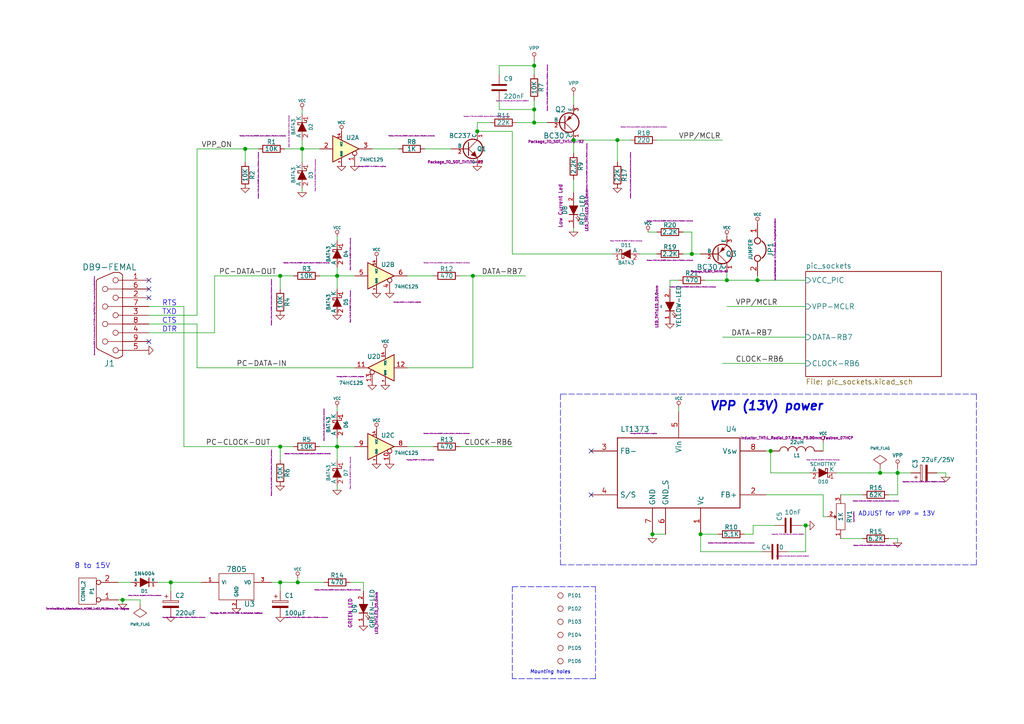
<source format=kicad_sch>
(kicad_sch (version 20210621) (generator eeschema)
  (paper "A4")
  (title_block (title "JDM - COM84 PIC Programmer with 13V DC/DC converter") (date "05 jan 2014") (rev "2") (company "KiCad"))
  (lib_symbols
    (symbol "pic_programmer_schlib:74LS125" (pin_names (offset 0.254))
      (property "Reference" "U" (at 5.08 3.81 0))
      (property "Value" "74LS125" (at 7.62 -2.54 0))
      (symbol "74LS125_0_0"
        (pin power_in line (at -1.27 5.08 270) (length 2.54) (name "VCC") (number "14"))
        (pin power_in line (at -1.27 -5.08 90) (length 2.54) (name "GND") (number "7"))
      )
      (symbol "74LS125_1_0"
        (polyline (pts (xy -3.81 3.81) (xy -3.81 -3.81) (xy 3.81 0) (xy -3.81 3.81)) (stroke (width 0.254)) (fill (type background)))
        (pin input inverted (at 2.54 -5.08 90) (length 4.445) (name "~") (number "1"))
        (pin input line (at -7.62 0 0) (length 3.81) (name "~") (number "2"))
        (pin tri_state line (at 7.62 0 180) (length 3.81) (name "~") (number "3"))
      )
      (symbol "74LS125_2_0"
        (polyline (pts (xy -3.81 3.81) (xy -3.81 -3.81) (xy 3.81 0) (xy -3.81 3.81)) (stroke (width 0.254)) (fill (type background)))
        (pin input inverted (at 2.54 -5.08 90) (length 4.445) (name "~") (number "4"))
        (pin input line (at -7.62 0 0) (length 3.81) (name "~") (number "5"))
        (pin tri_state line (at 7.62 0 180) (length 3.81) (name "~") (number "6"))
      )
      (symbol "74LS125_3_0"
        (polyline (pts (xy -3.81 3.81) (xy -3.81 -3.81) (xy 3.81 0) (xy -3.81 3.81)) (stroke (width 0.254)) (fill (type background)))
        (pin input inverted (at 2.54 -5.08 90) (length 4.445) (name "~") (number "10"))
        (pin tri_state line (at 7.62 0 180) (length 3.81) (name "~") (number "8"))
        (pin input line (at -7.62 0 0) (length 3.81) (name "~") (number "9"))
      )
      (symbol "74LS125_4_0"
        (polyline (pts (xy -3.81 3.81) (xy -3.81 -3.81) (xy 3.81 0) (xy -3.81 3.81)) (stroke (width 0.254)) (fill (type background)))
        (pin tri_state line (at 7.62 0 180) (length 3.81) (name "~") (number "11"))
        (pin input line (at -7.62 0 0) (length 3.81) (name "~") (number "12"))
        (pin input inverted (at 2.54 -5.08 90) (length 4.445) (name "~") (number "13"))
      )
    )
    (symbol "pic_programmer_schlib:7805" (pin_names (offset 0.762))
      (property "Reference" "U" (at 3.81 -4.9784 0))
      (property "Value" "7805" (at 0 5.08 0))
      (symbol "7805_0_1"
        (rectangle (start -5.08 -3.81) (end 5.08 3.81))
      )
      (symbol "7805_1_1"
        (pin input line (at -10.16 1.27 0) (length 5.08) (name "VI") (number "1"))
        (pin input line (at 0 -6.35 90) (length 2.54) (name "GND") (number "2"))
        (pin power_out line (at 10.16 1.27 180) (length 5.08) (name "VO") (number "3"))
      )
    )
    (symbol "pic_programmer_schlib:BC237" (pin_names (offset 0))
      (property "Reference" "Q" (at 0 -3.81 0))
      (property "Value" "BC237" (at 0 3.81 0))
      (property "Footprint" "Package_TO_SOT_THT:TO-92" (at -2.54 -5.08 0))
      (symbol "BC237_0_1"
        (circle (center 1.27 0) (radius 2.8194) (stroke (width 0.3048)))
        (polyline (pts (xy 0 0) (xy 2.54 2.54)) (stroke (width 0.1524)))
        (polyline (pts (xy 0 1.905) (xy 0 -1.905) (xy 0 -1.905)) (stroke (width 0.254)))
        (polyline (pts (xy 1.27 -1.27) (xy 0 0) (xy 0 0)) (stroke (width 0.1524)))
        (polyline (pts (xy 2.286 -2.286) (xy 2.54 -2.54) (xy 2.54 -2.54)))
        (polyline (pts (xy 2.286 -2.286) (xy 1.778 -0.762) (xy 0.762 -1.778) (xy 2.286 -2.286) (xy 2.286 -2.286)) (fill (type outline)))
      )
      (symbol "BC237_1_1"
        (pin passive line (at 2.54 5.08 270) (length 2.54) (name "C") (number "1"))
        (pin input line (at -5.08 0 0) (length 5.08) (name "B") (number "2"))
        (pin passive line (at 2.54 -5.08 90) (length 2.54) (name "E") (number "3"))
      )
    )
    (symbol "pic_programmer_schlib:BC307" (pin_names (offset 0))
      (property "Reference" "Q" (at -1.27 -3.81 0))
      (property "Value" "BC307" (at 0 3.81 0))
      (property "Footprint" "Package_TO_SOT_THT:TO-92" (at -2.54 -5.08 0))
      (symbol "BC307_0_1"
        (circle (center 1.27 0) (radius 2.8194) (stroke (width 0.3048)))
        (polyline (pts (xy 0 0) (xy 2.54 2.54)))
        (polyline (pts (xy 0.635 -0.635) (xy 0 0) (xy 0 0)))
        (polyline (pts (xy 2.54 -2.54) (xy 1.651 -1.651) (xy 1.651 -1.651)))
        (polyline (pts (xy 0 1.905) (xy 0 -1.905) (xy 0 -1.905)) (stroke (width 0.254)) (fill (type outline)))
        (polyline (pts (xy 0.635 -0.635) (xy 1.27 -1.905) (xy 1.905 -1.27) (xy 0.635 -0.635) (xy 0.635 -0.635)) (fill (type outline)))
      )
      (symbol "BC307_1_1"
        (pin passive line (at 2.54 5.08 270) (length 2.54) (name "C") (number "1"))
        (pin input line (at -5.08 0 0) (length 5.08) (name "B") (number "2"))
        (pin passive line (at 2.54 -5.08 90) (length 2.54) (name "E") (number "3"))
      )
    )
    (symbol "pic_programmer_schlib:C" (pin_numbers hide) (pin_names (offset 0.254))
      (property "Reference" "C" (at 0.635 2.54 0))
      (property "Value" "C" (at 0.635 -2.54 0))
      (symbol "C_0_1"
        (polyline (pts (xy -2.032 -0.762) (xy 2.032 -0.762)) (stroke (width 0.508)))
        (polyline (pts (xy -2.032 0.762) (xy 2.032 0.762)) (stroke (width 0.508)))
      )
      (symbol "C_1_1"
        (pin passive line (at 0 3.81 270) (length 2.794) (name "~") (number "1"))
        (pin passive line (at 0 -3.81 90) (length 2.794) (name "~") (number "2"))
      )
    )
    (symbol "pic_programmer_schlib:CONN_2" (pin_names (offset 1.016) hide)
      (property "Reference" "P" (at -1.27 0 90))
      (property "Value" "CONN_2" (at 1.27 0 90))
      (symbol "CONN_2_0_1"
        (rectangle (start -2.54 3.81) (end 2.54 -3.81))
      )
      (symbol "CONN_2_1_1"
        (pin passive inverted (at -8.89 2.54 0) (length 6.35) (name "P1") (number "1"))
        (pin passive inverted (at -8.89 -2.54 0) (length 6.35) (name "PM") (number "2"))
      )
    )
    (symbol "pic_programmer_schlib:CP" (pin_numbers hide) (pin_names (offset 0.254))
      (property "Reference" "C" (at 0.635 2.54 0))
      (property "Value" "CP" (at 0.635 -2.54 0))
      (symbol "CP_0_1"
        (rectangle (start -2.286 1.016) (end 2.286 0.508) (stroke (width 0.1524)))
        (rectangle (start -1.778 2.286) (end -0.762 2.286))
        (rectangle (start -1.27 1.778) (end -1.27 2.794))
        (rectangle (start 2.286 -0.508) (end -2.286 -1.016) (fill (type outline)))
      )
      (symbol "CP_1_1"
        (pin passive line (at 0 3.81 270) (length 2.794) (name "~") (number "1"))
        (pin passive line (at 0 -3.81 90) (length 2.794) (name "~") (number "2"))
      )
    )
    (symbol "pic_programmer_schlib:D" (pin_names (offset 0))
      (property "Reference" "D" (at 0 2.54 0))
      (property "Value" "D" (at 0 -2.54 0))
      (symbol "D_0_1"
        (polyline (pts (xy -1.27 1.27) (xy -1.27 -1.27)) (stroke (width 0.254)))
        (polyline (pts (xy -1.27 0) (xy 1.27 1.27) (xy 1.27 -1.27) (xy -1.27 0)) (stroke (width 0.1524)) (fill (type outline)))
      )
      (symbol "D_1_1"
        (pin passive line (at -3.81 0 0) (length 2.54) (name "K") (number "1"))
        (pin passive line (at 3.81 0 180) (length 2.54) (name "A") (number "2"))
      )
    )
    (symbol "pic_programmer_schlib:DB9" (pin_names (offset 1.016) hide)
      (property "Reference" "J" (at 0 13.97 0))
      (property "Value" "DB9" (at 0 -13.97 0))
      (symbol "DB9_0_1"
        (circle (center -1.778 -10.16) (radius 0.762))
        (circle (center -1.778 -5.08) (radius 0.762))
        (circle (center -1.778 0) (radius 0.762))
        (circle (center -1.778 5.08) (radius 0.762))
        (circle (center -1.778 10.16) (radius 0.762))
        (circle (center 1.27 -7.62) (radius 0.762))
        (circle (center 1.27 -2.54) (radius 0.762))
        (circle (center 1.27 2.54) (radius 0.762))
        (circle (center 1.27 7.62) (radius 0.762))
        (polyline (pts (xy -3.81 -11.684) (xy -3.81 11.684)) (stroke (width 0.2032)))
        (polyline (pts (xy -3.81 -11.6586) (xy -3.556 -11.938)) (stroke (width 0.2032)))
        (polyline (pts (xy -3.81 -10.16) (xy -2.54 -10.16)))
        (polyline (pts (xy -3.81 -7.62) (xy 0.508 -7.62)))
        (polyline (pts (xy -3.81 -5.08) (xy -2.54 -5.08)))
        (polyline (pts (xy -3.81 -2.54) (xy 0.508 -2.54)))
        (polyline (pts (xy -3.81 0) (xy -2.54 0)))
        (polyline (pts (xy -3.81 2.54) (xy 0.508 2.54)))
        (polyline (pts (xy -3.81 5.08) (xy -2.54 5.08)))
        (polyline (pts (xy -3.81 7.62) (xy 0.508 7.62)))
        (polyline (pts (xy -3.81 10.16) (xy -2.54 10.16)))
        (polyline (pts (xy -3.556 -11.938) (xy -2.794 -12.446)) (stroke (width 0.2032)))
        (polyline (pts (xy -3.556 11.938) (xy -3.81 11.684)) (stroke (width 0.2032)))
        (polyline (pts (xy -3.556 11.938) (xy -2.54 12.446)) (stroke (width 0.2032)))
        (polyline (pts (xy -2.794 -12.446) (xy -1.27 -12.446)) (stroke (width 0.2032)))
        (polyline (pts (xy -2.54 12.446) (xy -1.778 12.446)) (stroke (width 0.2032)))
        (polyline (pts (xy 3.2766 9.906) (xy -1.778 12.446)) (stroke (width 0.2032)))
        (polyline (pts (xy 3.2766 9.906) (xy 3.81 9.398)) (stroke (width 0.2032)))
        (polyline (pts (xy 3.556 -10.3886) (xy -1.27 -12.446)) (stroke (width 0.2032)))
        (polyline (pts (xy 3.81 -9.906) (xy 3.556 -10.3886)) (stroke (width 0.2032)))
        (polyline (pts (xy 3.81 9.398) (xy 3.81 -9.906)) (stroke (width 0.2032)))
      )
      (symbol "DB9_1_1"
        (pin passive line (at -11.43 -10.16 0) (length 7.62) (name "1") (number "1"))
        (pin passive line (at -11.43 -5.08 0) (length 7.62) (name "2") (number "2"))
        (pin passive line (at -11.43 0 0) (length 7.62) (name "3") (number "3"))
        (pin passive line (at -11.43 5.08 0) (length 7.62) (name "4") (number "4"))
        (pin passive line (at -11.43 10.16 0) (length 7.62) (name "5") (number "5"))
        (pin passive line (at -11.43 -7.62 0) (length 7.62) (name "P6") (number "6"))
        (pin passive line (at -11.43 -2.54 0) (length 7.62) (name "P7") (number "7"))
        (pin passive line (at -11.43 2.54 0) (length 7.62) (name "P8") (number "8"))
        (pin passive line (at -11.43 7.62 0) (length 7.62) (name "P9") (number "9"))
      )
    )
    (symbol "pic_programmer_schlib:D_Schottky" (pin_names (offset 0))
      (property "Reference" "D" (at 0 2.54 0))
      (property "Value" "D_Schottky" (at 0 -2.54 0))
      (symbol "D_Schottky_0_1"
        (polyline (pts (xy -1.905 0.635) (xy -1.905 1.27) (xy -1.27 1.27) (xy -1.27 -1.27) (xy -0.635 -1.27) (xy -0.635 -0.635)) (stroke (width 0.2032)))
        (polyline (pts (xy -1.27 0) (xy 1.27 1.27) (xy 1.27 -1.27) (xy -1.27 0)) (stroke (width 0.1524)) (fill (type outline)))
      )
      (symbol "D_Schottky_1_1"
        (pin passive line (at -3.81 0 0) (length 2.54) (name "K") (number "1"))
        (pin passive line (at 3.81 0 180) (length 2.54) (name "A") (number "2"))
      )
    )
    (symbol "pic_programmer_schlib:GND" (power) (pin_names (offset 0))
      (symbol "GND_0_1"
        (polyline (pts (xy -1.27 0) (xy 0 -1.27) (xy 1.27 0) (xy -1.27 0)))
      )
      (symbol "GND_1_1"
        (pin power_in line (at 0 0 90) (length 0) hide (name "GND") (number "1"))
      )
    )
    (symbol "pic_programmer_schlib:INDUCTOR" (pin_numbers hide) (pin_names (offset 1.016) hide)
      (property "Reference" "L" (at -1.27 0 90))
      (property "Value" "INDUCTOR" (at 2.54 0 90))
      (symbol "INDUCTOR_0_1"
        (arc (start 0.0254 -5.0546) (end 0.0254 -2.54) (radius (at 0 -3.81) (length 1.27) (angles -88.9 88.9)) (stroke (width 0.2032)))
        (arc (start 0.0254 -2.5146) (end 0.0254 0.0508) (radius (at 0 -1.2446) (length 1.2954) (angles -88.9 88.9)) (stroke (width 0.2032)))
        (arc (start 0.0254 0.0254) (end 0.0254 2.5908) (radius (at 0 1.2954) (length 1.2954) (angles -88.9 88.9)) (stroke (width 0.2032)))
        (arc (start 0.0254 2.5654) (end 0.0254 4.9784) (radius (at 0 3.7592) (length 1.2192) (angles -88.9 88.9)) (stroke (width 0.2032)))
      )
      (symbol "INDUCTOR_1_1"
        (pin passive line (at 0 7.62 270) (length 2.54) (name "1") (number "1"))
        (pin passive line (at 0 -7.62 90) (length 2.54) (name "2") (number "2"))
      )
    )
    (symbol "pic_programmer_schlib:JUMPER" (pin_names (offset 0.762) hide)
      (property "Reference" "JP" (at 0 3.81 0))
      (property "Value" "JUMPER" (at 0 -2.032 0))
      (symbol "JUMPER_0_1"
        (arc (start -2.4892 1.27) (end 2.5146 1.27) (radius (at 0 -0.6604) (length 3.175) (angles 142.6 37.3)) (stroke (width 0.3048)))
        (circle (center -2.54 0) (radius 0.889) (stroke (width 0.254)))
        (circle (center 2.54 0) (radius 0.889) (stroke (width 0.254)))
        (pin passive line (at -7.62 0 0) (length 4.191) (name "1") (number "1"))
        (pin passive line (at 7.62 0 180) (length 4.191) (name "2") (number "2"))
      )
    )
    (symbol "pic_programmer_schlib:LED" (pin_names (offset 1.016) hide)
      (property "Reference" "D" (at 0 2.54 0))
      (property "Value" "LED" (at 0 -2.54 0))
      (symbol "LED_0_1"
        (polyline (pts (xy -1.27 1.27) (xy -1.27 -1.27)) (stroke (width 0.254)))
        (polyline (pts (xy -2.032 -0.635) (xy -3.175 -1.651) (xy -3.048 -1.016)))
        (polyline (pts (xy -1.651 -1.016) (xy -2.794 -2.032) (xy -2.667 -1.397)))
        (polyline (pts (xy -1.27 0) (xy 1.27 1.27) (xy 1.27 -1.27) (xy -1.27 0)) (stroke (width 0.1524)) (fill (type outline)))
      )
      (symbol "LED_1_1"
        (pin passive line (at -5.08 0 0) (length 3.81) (name "K") (number "1"))
        (pin passive line (at 5.08 0 180) (length 3.81) (name "A") (number "2"))
      )
    )
    (symbol "pic_programmer_schlib:LT1373" (pin_names (offset 0.762))
      (property "Reference" "U" (at 15.24 12.7 0))
      (property "Value" "LT1373" (at -12.7 12.7 0))
      (symbol "LT1373_0_1"
        (rectangle (start -17.78 -10.16) (end 17.78 10.16) (stroke (width 0.254)))
      )
      (symbol "LT1373_1_1"
        (pin input line (at 6.35 -17.78 90) (length 7.62) (name "Vc") (number "1"))
        (pin input line (at 25.4 -6.35 180) (length 7.62) (name "FB+") (number "2"))
        (pin passive line (at -25.4 6.35 0) (length 7.62) (name "FB-") (number "3"))
        (pin passive line (at -25.4 -6.35 0) (length 7.62) (name "S/S") (number "4"))
        (pin power_in line (at 0 17.78 270) (length 7.62) (name "Vin") (number "5"))
        (pin input line (at -3.81 -17.78 90) (length 7.62) (name "GND_S") (number "6"))
        (pin input line (at -7.62 -17.78 90) (length 7.62) (name "GND") (number "7"))
        (pin input line (at 25.4 6.35 180) (length 7.62) (name "Vsw") (number "8"))
      )
    )
    (symbol "pic_programmer_schlib:MOUNTING_HOLE" (pin_numbers hide) (pin_names (offset 0.762) hide)
      (property "Reference" "P" (at 2.032 0 0))
      (symbol "MOUNTING_HOLE_0_1"
        (circle (center 0 0) (radius 0.7874))
      )
    )
    (symbol "pic_programmer_schlib:POT" (pin_names (offset 1.016) hide)
      (property "Reference" "RV" (at 0 -2.54 0))
      (property "Value" "POT" (at 0 0 0))
      (symbol "POT_0_1"
        (rectangle (start -3.81 1.27) (end 3.81 -1.27))
        (polyline (pts (xy 0 1.27) (xy -0.508 1.778) (xy 0.508 1.778)) (fill (type outline)))
      )
      (symbol "POT_1_1"
        (pin passive line (at -6.35 0 0) (length 2.54) (name "1") (number "1"))
        (pin passive line (at 0 3.81 270) (length 2.032) (name "2") (number "2"))
        (pin passive line (at 6.35 0 180) (length 2.54) (name "3") (number "3"))
      )
    )
    (symbol "pic_programmer_schlib:PWR_FLAG" (power) (pin_numbers hide) (pin_names (offset 0) hide)
      (property "Value" "PWR_FLAG" (at 0 4.572 0))
      (symbol "PWR_FLAG_0_0"
        (pin power_out line (at 0 0 90) (length 0) (name "pwr") (number "1"))
      )
      (symbol "PWR_FLAG_0_1"
        (polyline (pts (xy 0 0) (xy 0 1.27) (xy -1.905 2.54) (xy 0 3.81) (xy 1.905 2.54) (xy 0 1.27)))
      )
    )
    (symbol "pic_programmer_schlib:R" (pin_numbers hide) (pin_names (offset 0))
      (property "Reference" "R" (at 2.032 0 90))
      (property "Value" "R" (at 0 0 90))
      (symbol "R_0_1"
        (rectangle (start -1.016 -2.54) (end 1.016 2.54) (stroke (width 0.254)))
      )
      (symbol "R_1_1"
        (pin passive line (at 0 3.81 270) (length 1.27) (name "~") (number "1"))
        (pin passive line (at 0 -3.81 90) (length 1.27) (name "~") (number "2"))
      )
    )
    (symbol "pic_programmer_schlib:VCC" (power) (pin_names (offset 0))
      (property "Value" "VCC" (at 0 2.54 0))
      (symbol "VCC_0_0"
        (pin power_in line (at 0 0 90) (length 0) hide (name "VCC") (number "1"))
      )
      (symbol "VCC_0_1"
        (circle (center 0 1.27) (radius 0.508))
        (polyline (pts (xy 0 0) (xy 0 0.762) (xy 0 0.762)))
      )
    )
    (symbol "pic_programmer_schlib:VPP" (pin_names (offset 0))
      (property "Value" "VPP" (at 0 3.81 0))
      (symbol "VPP_0_0"
        (pin power_in line (at 0 0 90) (length 0) hide (name "VPP") (number "1"))
      )
      (symbol "VPP_0_1"
        (circle (center 0 2.032) (radius 0.508))
        (polyline (pts (xy 0 1.524) (xy 0 0)))
      )
    )
  )
  (junction (at 35.56 173.99) (diameter 1.016))
  (junction (at 49.53 168.91) (diameter 1.016))
  (junction (at 71.12 43.18) (diameter 1.016))
  (junction (at 81.28 80.01) (diameter 1.016))
  (junction (at 81.28 129.54) (diameter 1.016))
  (junction (at 81.28 168.91) (diameter 1.016))
  (junction (at 86.36 168.91) (diameter 1.016))
  (junction (at 87.63 43.18) (diameter 1.016))
  (junction (at 97.79 80.01) (diameter 1.016))
  (junction (at 97.79 129.54) (diameter 1.016))
  (junction (at 137.16 80.01) (diameter 1.016))
  (junction (at 138.43 38.1) (diameter 1.016))
  (junction (at 154.94 19.05) (diameter 1.016))
  (junction (at 154.94 31.75) (diameter 1.016))
  (junction (at 154.94 35.56) (diameter 1.016))
  (junction (at 166.37 40.64) (diameter 1.016))
  (junction (at 179.07 40.64) (diameter 1.016))
  (junction (at 189.23 154.94) (diameter 1.016))
  (junction (at 200.66 73.66) (diameter 1.016))
  (junction (at 203.2 154.94) (diameter 1.016))
  (junction (at 210.82 81.28) (diameter 1.016))
  (junction (at 219.71 81.28) (diameter 1.016))
  (junction (at 223.52 130.81) (diameter 1.016))
  (junction (at 233.68 152.4) (diameter 1.016))
  (junction (at 255.27 137.16) (diameter 1.016))
  (junction (at 260.35 137.16) (diameter 1.016))
  (no_connect (at 43.18 81.28))
  (no_connect (at 43.18 83.82))
  (no_connect (at 43.18 86.36))
  (no_connect (at 43.18 99.06))
  (no_connect (at 171.45 130.81))
  (no_connect (at 171.45 143.51))
  (wire (pts (xy 34.29 173.99) (xy 35.56 173.99)))
  (wire (pts (xy 35.56 173.99) (xy 40.64 173.99)))
  (wire (pts (xy 35.56 175.26) (xy 35.56 173.99)))
  (wire (pts (xy 38.1 168.91) (xy 34.29 168.91)))
  (wire (pts (xy 40.64 173.99) (xy 40.64 175.26)))
  (wire (pts (xy 43.18 93.98) (xy 57.15 93.98)))
  (wire (pts (xy 45.72 168.91) (xy 49.53 168.91)))
  (wire (pts (xy 49.53 168.91) (xy 58.42 168.91)))
  (wire (pts (xy 49.53 171.45) (xy 49.53 168.91)))
  (wire (pts (xy 53.34 88.9) (xy 43.18 88.9)))
  (wire (pts (xy 53.34 129.54) (xy 53.34 88.9)))
  (wire (pts (xy 53.34 129.54) (xy 81.28 129.54)))
  (wire (pts (xy 57.15 43.18) (xy 57.15 91.44)))
  (wire (pts (xy 57.15 43.18) (xy 71.12 43.18)))
  (wire (pts (xy 57.15 91.44) (xy 43.18 91.44)))
  (wire (pts (xy 57.15 106.68) (xy 57.15 93.98)))
  (wire (pts (xy 62.23 80.01) (xy 81.28 80.01)))
  (wire (pts (xy 62.23 96.52) (xy 43.18 96.52)))
  (wire (pts (xy 62.23 96.52) (xy 62.23 80.01)))
  (wire (pts (xy 71.12 43.18) (xy 74.93 43.18)))
  (wire (pts (xy 71.12 46.99) (xy 71.12 43.18)))
  (wire (pts (xy 78.74 168.91) (xy 81.28 168.91)))
  (wire (pts (xy 81.28 80.01) (xy 85.09 80.01)))
  (wire (pts (xy 81.28 83.82) (xy 81.28 80.01)))
  (wire (pts (xy 81.28 129.54) (xy 85.09 129.54)))
  (wire (pts (xy 81.28 133.35) (xy 81.28 129.54)))
  (wire (pts (xy 81.28 168.91) (xy 81.28 171.45)))
  (wire (pts (xy 81.28 168.91) (xy 86.36 168.91)))
  (wire (pts (xy 82.55 43.18) (xy 87.63 43.18)))
  (wire (pts (xy 86.36 168.91) (xy 86.36 167.64)))
  (wire (pts (xy 86.36 168.91) (xy 93.98 168.91)))
  (wire (pts (xy 87.63 33.02) (xy 87.63 31.75)))
  (wire (pts (xy 87.63 40.64) (xy 87.63 43.18)))
  (wire (pts (xy 87.63 43.18) (xy 87.63 46.99)))
  (wire (pts (xy 87.63 43.18) (xy 92.71 43.18)))
  (wire (pts (xy 87.63 54.61) (xy 87.63 55.88)))
  (wire (pts (xy 92.71 80.01) (xy 97.79 80.01)))
  (wire (pts (xy 92.71 129.54) (xy 97.79 129.54)))
  (wire (pts (xy 97.79 68.58) (xy 97.79 69.85)))
  (wire (pts (xy 97.79 77.47) (xy 97.79 80.01)))
  (wire (pts (xy 97.79 80.01) (xy 97.79 83.82)))
  (wire (pts (xy 97.79 80.01) (xy 102.87 80.01)))
  (wire (pts (xy 97.79 119.38) (xy 97.79 118.11)))
  (wire (pts (xy 97.79 127) (xy 97.79 129.54)))
  (wire (pts (xy 97.79 129.54) (xy 97.79 133.35)))
  (wire (pts (xy 97.79 129.54) (xy 102.87 129.54)))
  (wire (pts (xy 97.79 142.24) (xy 97.79 140.97)))
  (wire (pts (xy 102.87 106.68) (xy 57.15 106.68)))
  (wire (pts (xy 105.41 168.91) (xy 101.6 168.91)))
  (wire (pts (xy 105.41 171.45) (xy 105.41 168.91)))
  (wire (pts (xy 115.57 43.18) (xy 107.95 43.18)))
  (wire (pts (xy 118.11 80.01) (xy 125.73 80.01)))
  (wire (pts (xy 118.11 106.68) (xy 137.16 106.68)))
  (wire (pts (xy 125.73 129.54) (xy 118.11 129.54)))
  (wire (pts (xy 130.81 43.18) (xy 123.19 43.18)))
  (wire (pts (xy 133.35 80.01) (xy 137.16 80.01)))
  (wire (pts (xy 137.16 80.01) (xy 152.4 80.01)))
  (wire (pts (xy 137.16 106.68) (xy 137.16 80.01)))
  (wire (pts (xy 138.43 35.56) (xy 138.43 38.1)))
  (wire (pts (xy 138.43 35.56) (xy 142.24 35.56)))
  (wire (pts (xy 138.43 38.1) (xy 148.59 38.1)))
  (wire (pts (xy 144.78 19.05) (xy 144.78 21.59)))
  (wire (pts (xy 144.78 19.05) (xy 154.94 19.05)))
  (wire (pts (xy 144.78 29.21) (xy 144.78 31.75)))
  (wire (pts (xy 144.78 31.75) (xy 154.94 31.75)))
  (wire (pts (xy 148.59 38.1) (xy 148.59 73.66)))
  (wire (pts (xy 148.59 73.66) (xy 177.8 73.66)))
  (wire (pts (xy 148.59 129.54) (xy 133.35 129.54)))
  (wire (pts (xy 149.86 35.56) (xy 154.94 35.56)))
  (wire (pts (xy 154.94 17.78) (xy 154.94 19.05)))
  (wire (pts (xy 154.94 19.05) (xy 154.94 21.59)))
  (wire (pts (xy 154.94 29.21) (xy 154.94 31.75)))
  (wire (pts (xy 154.94 31.75) (xy 154.94 35.56)))
  (wire (pts (xy 154.94 35.56) (xy 158.75 35.56)))
  (wire (pts (xy 166.37 30.48) (xy 166.37 27.94)))
  (wire (pts (xy 166.37 40.64) (xy 166.37 44.45)))
  (wire (pts (xy 166.37 40.64) (xy 179.07 40.64)))
  (wire (pts (xy 166.37 52.07) (xy 166.37 55.88)))
  (wire (pts (xy 166.37 66.04) (xy 166.37 67.31)))
  (wire (pts (xy 179.07 40.64) (xy 182.88 40.64)))
  (wire (pts (xy 179.07 46.99) (xy 179.07 40.64)))
  (wire (pts (xy 187.96 67.31) (xy 190.5 67.31)))
  (wire (pts (xy 189.23 154.94) (xy 193.04 154.94)))
  (wire (pts (xy 189.23 156.21) (xy 189.23 154.94)))
  (wire (pts (xy 190.5 40.64) (xy 209.55 40.64)))
  (wire (pts (xy 190.5 73.66) (xy 185.42 73.66)))
  (wire (pts (xy 194.31 81.28) (xy 196.85 81.28)))
  (wire (pts (xy 194.31 83.82) (xy 194.31 81.28)))
  (wire (pts (xy 196.85 119.38) (xy 196.85 118.11)))
  (wire (pts (xy 198.12 73.66) (xy 200.66 73.66)))
  (wire (pts (xy 200.66 67.31) (xy 198.12 67.31)))
  (wire (pts (xy 200.66 73.66) (xy 200.66 67.31)))
  (wire (pts (xy 200.66 73.66) (xy 203.2 73.66)))
  (wire (pts (xy 203.2 154.94) (xy 203.2 160.02)))
  (wire (pts (xy 203.2 160.02) (xy 220.98 160.02)))
  (wire (pts (xy 204.47 81.28) (xy 210.82 81.28)))
  (wire (pts (xy 208.28 154.94) (xy 203.2 154.94)))
  (wire (pts (xy 210.82 81.28) (xy 210.82 78.74)))
  (wire (pts (xy 210.82 81.28) (xy 219.71 81.28)))
  (wire (pts (xy 210.82 88.9) (xy 233.68 88.9)))
  (wire (pts (xy 218.44 152.4) (xy 218.44 154.94)))
  (wire (pts (xy 218.44 154.94) (xy 215.9 154.94)))
  (wire (pts (xy 219.71 81.28) (xy 219.71 80.01)))
  (wire (pts (xy 219.71 81.28) (xy 233.68 81.28)))
  (wire (pts (xy 223.52 130.81) (xy 222.25 130.81)))
  (wire (pts (xy 223.52 137.16) (xy 223.52 130.81)))
  (wire (pts (xy 224.79 152.4) (xy 218.44 152.4)))
  (wire (pts (xy 228.6 160.02) (xy 233.68 160.02)))
  (wire (pts (xy 232.41 152.4) (xy 233.68 152.4)))
  (wire (pts (xy 233.68 97.79) (xy 209.55 97.79)))
  (wire (pts (xy 233.68 105.41) (xy 209.55 105.41)))
  (wire (pts (xy 233.68 152.4) (xy 234.95 152.4)))
  (wire (pts (xy 233.68 160.02) (xy 233.68 152.4)))
  (wire (pts (xy 234.95 137.16) (xy 223.52 137.16)))
  (wire (pts (xy 238.76 128.27) (xy 238.76 130.81)))
  (wire (pts (xy 238.76 143.51) (xy 222.25 143.51)))
  (wire (pts (xy 238.76 149.86) (xy 238.76 143.51)))
  (wire (pts (xy 240.03 149.86) (xy 238.76 149.86)))
  (wire (pts (xy 242.57 137.16) (xy 255.27 137.16)))
  (wire (pts (xy 250.19 143.51) (xy 243.84 143.51)))
  (wire (pts (xy 250.19 156.21) (xy 243.84 156.21)))
  (wire (pts (xy 255.27 135.89) (xy 255.27 137.16)))
  (wire (pts (xy 255.27 137.16) (xy 260.35 137.16)))
  (wire (pts (xy 260.35 135.89) (xy 260.35 137.16)))
  (wire (pts (xy 260.35 137.16) (xy 260.35 143.51)))
  (wire (pts (xy 260.35 137.16) (xy 264.16 137.16)))
  (wire (pts (xy 260.35 143.51) (xy 257.81 143.51)))
  (wire (pts (xy 260.35 156.21) (xy 257.81 156.21)))
  (wire (pts (xy 260.35 156.21) (xy 260.35 157.48)))
  (wire (pts (xy 271.78 137.16) (xy 274.32 137.16)))
  (wire (pts (xy 274.32 137.16) (xy 274.32 138.43)))
  (polyline (pts (xy 148.59 170.18) (xy 172.72 170.18)) (stroke (width 0) (type dash)))
  (polyline (pts (xy 148.59 196.85) (xy 148.59 170.18)) (stroke (width 0) (type dash)))
  (polyline (pts (xy 162.56 114.3) (xy 162.56 163.83)) (stroke (width 0) (type dash)))
  (polyline (pts (xy 162.56 163.83) (xy 283.21 163.83)) (stroke (width 0) (type dash)))
  (polyline (pts (xy 172.72 170.18) (xy 172.72 196.85)) (stroke (width 0) (type dash)))
  (polyline (pts (xy 172.72 196.85) (xy 148.59 196.85)) (stroke (width 0) (type dash)))
  (polyline (pts (xy 283.21 114.3) (xy 162.56 114.3)) (stroke (width 0) (type dash)))
  (polyline (pts (xy 283.21 114.3) (xy 283.21 163.83)) (stroke (width 0) (type dash)))
  (text "8 to 15V" (at 21.59 165.1 0) (effects (font (size 1.524 1.524)) (justify left bottom)))
  (text "RTS" (at 46.99 88.9 0) (effects (font (size 1.524 1.524)) (justify left bottom)))
  (text "TXD" (at 46.99 91.44 0) (effects (font (size 1.524 1.524)) (justify left bottom)))
  (text "CTS" (at 46.99 93.98 0) (effects (font (size 1.524 1.524)) (justify left bottom)))
  (text "DTR" (at 46.99 96.52 0) (effects (font (size 1.524 1.524)) (justify left bottom)))
  (text "Mounting holes" (at 153.67 195.58 0) (effects (font (size 1.016 1.016) italic) (justify left bottom)))
  (text "VPP (13V) power" (at 205.74 119.38 0) (effects (font (size 2.54 2.54) (thickness 0.508) bold italic) (justify left bottom)))
  (text "ADJUST for VPP = 13V" (at 248.92 149.86 0) (effects (font (size 1.27 1.27)) (justify left bottom)))
  (label "VPP_ON" (at 58.42 43.18 0) (effects (font (size 1.524 1.524))))
  (label "PC-CLOCK-OUT" (at 59.69 129.54 0) (effects (font (size 1.524 1.524))))
  (label "PC-DATA-OUT" (at 63.5 80.01 0) (effects (font (size 1.524 1.524))))
  (label "PC-DATA-IN" (at 68.58 106.68 0) (effects (font (size 1.524 1.524))))
  (label "CLOCK-RB6" (at 134.62 129.54 0) (effects (font (size 1.524 1.524))))
  (label "DATA-RB7" (at 139.7 80.01 0) (effects (font (size 1.524 1.524))))
  (label "VPP/MCLR" (at 196.85 40.64 0) (effects (font (size 1.524 1.524))))
  (label "DATA-RB7" (at 212.09 97.79 0) (effects (font (size 1.524 1.524))))
  (label "VPP/MCLR" (at 213.36 88.9 0) (effects (font (size 1.524 1.524))))
  (label "CLOCK-RB6" (at 213.36 105.41 0) (effects (font (size 1.524 1.524))))
  (symbol (lib_id "pic_programmer_schlib:VCC") (at 86.36 167.64 0) (unit 1)
    (property "Reference" "#PWR015" (effects hide))
    (property "Value" "VCC" (at 86.36 165.1 0) (effects (font (size 0.762 0.762))))
  )
  (symbol (lib_id "pic_programmer_schlib:VCC") (at 87.63 31.75 0) (unit 1)
    (property "Reference" "#PWR033" (effects hide))
    (property "Value" "VCC" (at 87.63 29.21 0) (effects (font (size 0.762 0.762))))
  )
  (symbol (lib_id "pic_programmer_schlib:VCC") (at 97.79 68.58 0) (unit 1)
    (property "Reference" "#PWR030" (effects hide))
    (property "Value" "VCC" (at 97.79 66.04 0) (effects (font (size 0.762 0.762))))
  )
  (symbol (lib_id "pic_programmer_schlib:VCC") (at 97.79 118.11 0) (unit 1)
    (property "Reference" "#PWR027" (effects hide))
    (property "Value" "VCC" (at 97.79 115.57 0) (effects (font (size 0.762 0.762))))
  )
  (symbol (lib_id "pic_programmer_schlib:VCC") (at 99.06 38.1 0) (unit 1)
    (property "Reference" "#PWR09" (effects hide))
    (property "Value" "VCC" (at 99.06 35.56 0) (effects (font (size 0.762 0.762))))
  )
  (symbol (lib_id "pic_programmer_schlib:VCC") (at 109.22 74.93 0) (unit 1)
    (property "Reference" "#PWR052" (effects hide))
    (property "Value" "VCC" (at 109.22 72.39 0) (effects (font (size 0.762 0.762))))
  )
  (symbol (lib_id "pic_programmer_schlib:VCC") (at 109.22 124.46 0) (unit 1)
    (property "Reference" "#PWR050" (effects hide))
    (property "Value" "VCC" (at 109.22 121.92 0) (effects (font (size 0.762 0.762))))
  )
  (symbol (lib_id "pic_programmer_schlib:VCC") (at 111.76 101.6 0) (unit 1)
    (property "Reference" "#PWR051" (effects hide))
    (property "Value" "VCC" (at 111.76 99.06 0) (effects (font (size 0.762 0.762))))
  )
  (symbol (lib_id "pic_programmer_schlib:VCC") (at 187.96 67.31 0) (unit 1)
    (property "Reference" "#PWR04" (effects hide))
    (property "Value" "VCC" (at 187.96 64.77 0) (effects (font (size 0.762 0.762))))
  )
  (symbol (lib_id "pic_programmer_schlib:VCC") (at 196.85 118.11 0) (unit 1)
    (property "Reference" "#PWR013" (effects hide))
    (property "Value" "VCC" (at 196.85 115.57 0) (effects (font (size 0.762 0.762))))
  )
  (symbol (lib_id "pic_programmer_schlib:VCC") (at 210.82 68.58 0) (unit 1)
    (property "Reference" "#PWR02" (effects hide))
    (property "Value" "VCC" (at 210.82 66.04 0) (effects (font (size 0.762 0.762))))
  )
  (symbol (lib_id "pic_programmer_schlib:VCC") (at 219.71 64.77 0) (unit 1)
    (property "Reference" "#PWR01" (effects hide))
    (property "Value" "VCC" (at 219.71 62.23 0) (effects (font (size 0.762 0.762))))
  )
  (symbol (lib_id "pic_programmer_schlib:VCC") (at 238.76 128.27 0) (unit 1)
    (property "Reference" "#PWR010" (effects hide))
    (property "Value" "VCC" (at 238.76 125.73 0) (effects (font (size 0.762 0.762))))
  )
  (symbol (lib_id "pic_programmer_schlib:MOUNTING_HOLE") (at 162.56 172.72 0) (unit 1)
    (property "Reference" "P101" (at 164.592 172.72 0) (effects (font (size 1.016 1.016)) (justify left)))
    (property "Value" "CONN_1" (effects hide))
    (property "Footprint" "MountingHole:MountingHole_4.3mm_M4" (effects hide))
  )
  (symbol (lib_id "pic_programmer_schlib:MOUNTING_HOLE") (at 162.56 176.53 0) (unit 1)
    (property "Reference" "P102" (at 164.592 176.53 0) (effects (font (size 1.016 1.016)) (justify left)))
    (property "Value" "CONN_1" (effects hide))
    (property "Footprint" "MountingHole:MountingHole_4.3mm_M4" (effects hide))
  )
  (symbol (lib_id "pic_programmer_schlib:MOUNTING_HOLE") (at 162.56 180.34 0) (unit 1)
    (property "Reference" "P103" (at 164.592 180.34 0) (effects (font (size 1.016 1.016)) (justify left)))
    (property "Value" "CONN_1" (effects hide))
    (property "Footprint" "MountingHole:MountingHole_4.3mm_M4" (effects hide))
  )
  (symbol (lib_id "pic_programmer_schlib:MOUNTING_HOLE") (at 162.56 184.15 0) (unit 1)
    (property "Reference" "P104" (at 164.592 184.15 0) (effects (font (size 1.016 1.016)) (justify left)))
    (property "Value" "CONN_1" (effects hide))
    (property "Footprint" "MountingHole:MountingHole_4.3mm_M4" (effects hide))
  )
  (symbol (lib_id "pic_programmer_schlib:MOUNTING_HOLE") (at 162.56 187.96 0) (unit 1)
    (property "Reference" "P105" (at 164.592 187.96 0) (effects (font (size 1.016 1.016)) (justify left)))
    (property "Value" "CONN_1" (effects hide))
    (property "Footprint" "MountingHole:MountingHole_4.3mm_M4" (effects hide))
  )
  (symbol (lib_id "pic_programmer_schlib:MOUNTING_HOLE") (at 162.56 191.77 0) (unit 1)
    (property "Reference" "P106" (at 164.592 191.77 0) (effects (font (size 1.016 1.016)) (justify left)))
    (property "Value" "CONN_1" (effects hide))
    (property "Footprint" "MountingHole:MountingHole_4.3mm_M4" (effects hide))
  )
  (symbol (lib_id "pic_programmer_schlib:VPP") (at 154.94 17.78 0) (unit 1)
    (property "Reference" "#PWR122" (effects hide))
    (property "Value" "VPP" (at 154.94 13.97 0) (effects (font (size 1.016 1.016))))
  )
  (symbol (lib_id "pic_programmer_schlib:VPP") (at 166.37 27.94 0) (unit 1)
    (property "Reference" "#PWR123" (effects hide))
    (property "Value" "VPP" (at 166.37 24.13 0) (effects (font (size 1.016 1.016))))
  )
  (symbol (lib_id "pic_programmer_schlib:VPP") (at 260.35 135.89 0) (unit 1)
    (property "Reference" "#PWR134" (effects hide))
    (property "Value" "VPP" (at 260.35 132.08 0) (effects (font (size 1.016 1.016))))
  )
  (symbol (lib_id "pic_programmer_schlib:GND") (at 35.56 175.26 0) (unit 1)
    (property "Reference" "#PWR020" (effects hide))
    (property "Value" "GND" (effects hide))
  )
  (symbol (lib_id "pic_programmer_schlib:GND") (at 43.18 101.6 90) (unit 1)
    (property "Reference" "#PWR022" (effects hide))
    (property "Value" "GND" (effects hide))
  )
  (symbol (lib_id "pic_programmer_schlib:GND") (at 49.53 179.07 0) (unit 1)
    (property "Reference" "#PWR019" (effects hide))
    (property "Value" "GND" (effects hide))
  )
  (symbol (lib_id "pic_programmer_schlib:GND") (at 68.58 176.53 0) (unit 1)
    (property "Reference" "#PWR018" (effects hide))
    (property "Value" "GND" (effects hide))
  )
  (symbol (lib_id "pic_programmer_schlib:GND") (at 71.12 54.61 0) (unit 1)
    (property "Reference" "#PWR023" (effects hide))
    (property "Value" "GND" (effects hide))
  )
  (symbol (lib_id "pic_programmer_schlib:GND") (at 81.28 91.44 0) (unit 1)
    (property "Reference" "#PWR025" (effects hide))
    (property "Value" "GND" (effects hide))
  )
  (symbol (lib_id "pic_programmer_schlib:GND") (at 81.28 140.97 0) (unit 1)
    (property "Reference" "#PWR024" (effects hide))
    (property "Value" "GND" (effects hide))
  )
  (symbol (lib_id "pic_programmer_schlib:GND") (at 81.28 179.07 0) (unit 1)
    (property "Reference" "#PWR017" (effects hide))
    (property "Value" "GND" (effects hide))
  )
  (symbol (lib_id "pic_programmer_schlib:GND") (at 87.63 55.88 0) (unit 1)
    (property "Reference" "#PWR034" (effects hide))
    (property "Value" "GND" (effects hide))
  )
  (symbol (lib_id "pic_programmer_schlib:GND") (at 97.79 91.44 0) (unit 1)
    (property "Reference" "#PWR031" (effects hide))
    (property "Value" "GND" (effects hide))
  )
  (symbol (lib_id "pic_programmer_schlib:GND") (at 97.79 142.24 0) (unit 1)
    (property "Reference" "#PWR028" (effects hide))
    (property "Value" "GND" (effects hide))
  )
  (symbol (lib_id "pic_programmer_schlib:GND") (at 99.06 48.26 0) (unit 1)
    (property "Reference" "#PWR06" (effects hide))
    (property "Value" "GND" (effects hide))
  )
  (symbol (lib_id "pic_programmer_schlib:GND") (at 102.87 48.26 0) (unit 1)
    (property "Reference" "#PWR035" (effects hide))
    (property "Value" "GND" (effects hide))
  )
  (symbol (lib_id "pic_programmer_schlib:GND") (at 105.41 181.61 0) (unit 1)
    (property "Reference" "#PWR016" (effects hide))
    (property "Value" "GND" (effects hide))
  )
  (symbol (lib_id "pic_programmer_schlib:GND") (at 107.95 111.76 0) (unit 1)
    (property "Reference" "#PWR026" (effects hide))
    (property "Value" "GND" (effects hide))
  )
  (symbol (lib_id "pic_programmer_schlib:GND") (at 109.22 85.09 0) (unit 1)
    (property "Reference" "#PWR047" (effects hide))
    (property "Value" "GND" (effects hide))
  )
  (symbol (lib_id "pic_programmer_schlib:GND") (at 109.22 134.62 0) (unit 1)
    (property "Reference" "#PWR049" (effects hide))
    (property "Value" "GND" (effects hide))
  )
  (symbol (lib_id "pic_programmer_schlib:GND") (at 111.76 111.76 0) (unit 1)
    (property "Reference" "#PWR048" (effects hide))
    (property "Value" "GND" (effects hide))
  )
  (symbol (lib_id "pic_programmer_schlib:GND") (at 113.03 85.09 0) (unit 1)
    (property "Reference" "#PWR032" (effects hide))
    (property "Value" "GND" (effects hide))
  )
  (symbol (lib_id "pic_programmer_schlib:GND") (at 113.03 134.62 0) (unit 1)
    (property "Reference" "#PWR029" (effects hide))
    (property "Value" "GND" (effects hide))
  )
  (symbol (lib_id "pic_programmer_schlib:GND") (at 138.43 48.26 0) (unit 1)
    (property "Reference" "#PWR021" (effects hide))
    (property "Value" "GND" (effects hide))
  )
  (symbol (lib_id "pic_programmer_schlib:GND") (at 166.37 67.31 0) (unit 1)
    (property "Reference" "#PWR05" (effects hide))
    (property "Value" "GND" (effects hide))
  )
  (symbol (lib_id "pic_programmer_schlib:GND") (at 179.07 54.61 0) (unit 1)
    (property "Reference" "#PWR014" (effects hide))
    (property "Value" "GND" (effects hide))
  )
  (symbol (lib_id "pic_programmer_schlib:GND") (at 189.23 156.21 0) (unit 1)
    (property "Reference" "#PWR012" (effects hide))
    (property "Value" "GND" (effects hide))
  )
  (symbol (lib_id "pic_programmer_schlib:GND") (at 194.31 93.98 0) (unit 1)
    (property "Reference" "#PWR03" (effects hide))
    (property "Value" "GND" (effects hide))
  )
  (symbol (lib_id "pic_programmer_schlib:GND") (at 234.95 152.4 90) (unit 1)
    (property "Reference" "#PWR08" (effects hide))
    (property "Value" "GND" (effects hide))
  )
  (symbol (lib_id "pic_programmer_schlib:GND") (at 260.35 157.48 0) (unit 1)
    (property "Reference" "#PWR07" (effects hide))
    (property "Value" "GND" (effects hide))
  )
  (symbol (lib_id "pic_programmer_schlib:GND") (at 274.32 138.43 0) (unit 1)
    (property "Reference" "#PWR011" (effects hide))
    (property "Value" "GND" (effects hide))
  )
  (symbol (lib_id "pic_programmer_schlib:PWR_FLAG") (at 40.64 175.26 180) (unit 1)
    (property "Reference" "#FLG06" (effects hide))
    (property "Value" "PWR_FLAG" (at 40.64 181.102 0) (effects (font (size 0.762 0.762))))
  )
  (symbol (lib_id "pic_programmer_schlib:PWR_FLAG") (at 255.27 135.89 0) (unit 1)
    (property "Reference" "#FLG09" (effects hide))
    (property "Value" "PWR_FLAG" (at 255.27 130.048 0) (effects (font (size 0.762 0.762))))
  )
  (symbol (lib_id "pic_programmer_schlib:R") (at 71.12 50.8 0) (unit 1)
    (property "Reference" "R2" (at 73.152 50.8 90))
    (property "Value" "10K" (at 71.12 50.8 90))
    (property "Footprint" "Resistor_THT:R_Axial_DIN0207_L6.3mm_D2.5mm_P10.16mm_Horizontal" (at 74.93 50.8 90) (effects (font (size 0.254 0.254))))
  )
  (symbol (lib_id "pic_programmer_schlib:R") (at 78.74 43.18 90) (unit 1)
    (property "Reference" "R1" (at 78.74 41.148 90))
    (property "Value" "10K" (at 78.74 43.18 90))
    (property "Footprint" "Resistor_THT:R_Axial_DIN0207_L6.3mm_D2.5mm_P10.16mm_Horizontal" (at 76.2 39.37 90) (effects (font (size 0.254 0.254))))
  )
  (symbol (lib_id "pic_programmer_schlib:R") (at 81.28 87.63 0) (unit 1)
    (property "Reference" "R4" (at 83.312 87.63 90))
    (property "Value" "10K" (at 81.28 87.63 90))
    (property "Footprint" "Resistor_THT:R_Axial_DIN0207_L6.3mm_D2.5mm_P10.16mm_Horizontal" (at 78.74 87.63 90) (effects (font (size 0.254 0.254))))
  )
  (symbol (lib_id "pic_programmer_schlib:R") (at 81.28 137.16 0) (unit 1)
    (property "Reference" "R6" (at 83.312 137.16 90))
    (property "Value" "10K" (at 81.28 137.16 90))
    (property "Footprint" "Resistor_THT:R_Axial_DIN0207_L6.3mm_D2.5mm_P10.16mm_Horizontal" (at 78.74 137.16 90) (effects (font (size 0.254 0.254))))
  )
  (symbol (lib_id "pic_programmer_schlib:R") (at 88.9 80.01 90) (unit 1)
    (property "Reference" "R3" (at 88.9 77.978 90))
    (property "Value" "10K" (at 88.9 80.01 90))
    (property "Footprint" "Resistor_THT:R_Axial_DIN0207_L6.3mm_D2.5mm_P10.16mm_Horizontal" (at 88.9 76.2 90) (effects (font (size 0.254 0.254))))
  )
  (symbol (lib_id "pic_programmer_schlib:R") (at 88.9 129.54 90) (unit 1)
    (property "Reference" "R5" (at 88.9 127.508 90))
    (property "Value" "10K" (at 88.9 129.54 90))
    (property "Footprint" "Resistor_THT:R_Axial_DIN0207_L6.3mm_D2.5mm_P10.16mm_Horizontal" (at 89.2048 131.572 90) (effects (font (size 0.254 0.254))))
  )
  (symbol (lib_id "pic_programmer_schlib:R") (at 97.79 168.91 90) (unit 1)
    (property "Reference" "R14" (at 97.79 166.878 90))
    (property "Value" "470" (at 97.79 168.91 90))
    (property "Footprint" "Resistor_THT:R_Axial_DIN0207_L6.3mm_D2.5mm_P10.16mm_Horizontal" (at 97.917 171.069 90) (effects (font (size 0.254 0.254))))
  )
  (symbol (lib_id "pic_programmer_schlib:R") (at 119.38 43.18 90) (unit 1)
    (property "Reference" "R8" (at 119.38 41.148 90))
    (property "Value" "1K" (at 119.38 43.18 90))
    (property "Footprint" "Resistor_THT:R_Axial_DIN0207_L6.3mm_D2.5mm_P10.16mm_Horizontal" (at 119.38 39.37 90) (effects (font (size 0.254 0.254))))
  )
  (symbol (lib_id "pic_programmer_schlib:R") (at 129.54 80.01 90) (unit 1)
    (property "Reference" "R12" (at 129.54 77.978 90))
    (property "Value" "470" (at 129.54 80.01 90))
    (property "Footprint" "Resistor_THT:R_Axial_DIN0207_L6.3mm_D2.5mm_P10.16mm_Horizontal" (at 129.54 76.2 90) (effects (font (size 0.254 0.254))))
  )
  (symbol (lib_id "pic_programmer_schlib:R") (at 129.54 129.54 90) (unit 1)
    (property "Reference" "R13" (at 129.54 127.508 90))
    (property "Value" "470" (at 129.54 129.54 90))
    (property "Footprint" "Resistor_THT:R_Axial_DIN0207_L6.3mm_D2.5mm_P10.16mm_Horizontal" (at 129.54 125.73 90) (effects (font (size 0.254 0.254))))
  )
  (symbol (lib_id "pic_programmer_schlib:R") (at 146.05 35.56 90) (unit 1)
    (property "Reference" "R11" (at 146.05 33.528 90))
    (property "Value" "22K" (at 146.05 35.56 90))
    (property "Footprint" "Resistor_THT:R_Axial_DIN0207_L6.3mm_D2.5mm_P10.16mm_Horizontal" (at 141.1986 33.7566 90) (effects (font (size 0.254 0.254))))
  )
  (symbol (lib_id "pic_programmer_schlib:R") (at 154.94 25.4 0) (unit 1)
    (property "Reference" "R7" (at 156.972 25.4 90))
    (property "Value" "10K" (at 154.94 25.4 90))
    (property "Footprint" "Resistor_THT:R_Axial_DIN0207_L6.3mm_D2.5mm_P10.16mm_Horizontal" (at 158.75 25.4 90) (effects (font (size 0.254 0.254))))
  )
  (symbol (lib_id "pic_programmer_schlib:R") (at 166.37 48.26 0) (unit 1)
    (property "Reference" "R9" (at 168.402 48.26 90))
    (property "Value" "2.2K" (at 166.37 48.26 90))
    (property "Footprint" "Resistor_THT:R_Axial_DIN0207_L6.3mm_D2.5mm_P10.16mm_Horizontal" (at 170.18 48.26 90) (effects (font (size 0.254 0.254))))
  )
  (symbol (lib_id "pic_programmer_schlib:R") (at 179.07 50.8 0) (unit 1)
    (property "Reference" "R17" (at 181.102 50.8 90))
    (property "Value" "22K" (at 179.07 50.8 90))
    (property "Footprint" "Resistor_THT:R_Axial_DIN0207_L6.3mm_D2.5mm_P10.16mm_Horizontal" (at 182.88 50.8 90) (effects (font (size 0.254 0.254))))
  )
  (symbol (lib_id "pic_programmer_schlib:R") (at 186.69 40.64 90) (unit 1)
    (property "Reference" "R18" (at 186.69 38.608 90))
    (property "Value" "220" (at 186.69 40.64 90))
    (property "Footprint" "Resistor_THT:R_Axial_DIN0207_L6.3mm_D2.5mm_P10.16mm_Horizontal" (at 186.69 36.83 90) (effects (font (size 0.254 0.254))))
  )
  (symbol (lib_id "pic_programmer_schlib:R") (at 194.31 67.31 90) (unit 1)
    (property "Reference" "R20" (at 194.31 65.278 90))
    (property "Value" "2.2K" (at 194.31 67.31 90))
    (property "Footprint" "Resistor_THT:R_Axial_DIN0207_L6.3mm_D2.5mm_P10.16mm_Horizontal" (at 194.31 64.0588 90) (effects (font (size 0.254 0.254))))
  )
  (symbol (lib_id "pic_programmer_schlib:R") (at 194.31 73.66 90) (unit 1)
    (property "Reference" "R19" (at 194.31 71.628 90))
    (property "Value" "2.2K" (at 194.31 73.66 90))
    (property "Footprint" "Resistor_THT:R_Axial_DIN0207_L6.3mm_D2.5mm_P10.16mm_Horizontal" (at 194.31 75.4888 90) (effects (font (size 0.254 0.254))))
  )
  (symbol (lib_id "pic_programmer_schlib:R") (at 200.66 81.28 90) (unit 1)
    (property "Reference" "R21" (at 200.66 79.248 90))
    (property "Value" "470" (at 200.66 81.28 90))
    (property "Footprint" "Resistor_THT:R_Axial_DIN0207_L6.3mm_D2.5mm_P10.16mm_Horizontal" (at 200.9394 83.2104 90) (effects (font (size 0.254 0.254))))
  )
  (symbol (lib_id "pic_programmer_schlib:R") (at 212.09 154.94 90) (unit 1)
    (property "Reference" "R10" (at 212.09 152.908 90))
    (property "Value" "5,1K" (at 212.09 154.94 90))
    (property "Footprint" "Resistor_THT:R_Axial_DIN0207_L6.3mm_D2.5mm_P10.16mm_Horizontal" (at 212.09 157.48 90) (effects (font (size 0.254 0.254))))
  )
  (symbol (lib_id "pic_programmer_schlib:R") (at 254 143.51 90) (unit 1)
    (property "Reference" "R16" (at 254 141.478 90))
    (property "Value" "62K" (at 254 143.51 90))
    (property "Footprint" "Resistor_THT:R_Axial_DIN0207_L6.3mm_D2.5mm_P10.16mm_Horizontal" (at 254.0762 145.3134 90) (effects (font (size 0.254 0.254))))
  )
  (symbol (lib_id "pic_programmer_schlib:R") (at 254 156.21 90) (unit 1)
    (property "Reference" "R15" (at 254 154.178 90))
    (property "Value" "6.2K" (at 254 156.21 90))
    (property "Footprint" "Resistor_THT:R_Axial_DIN0207_L6.3mm_D2.5mm_P10.16mm_Horizontal" (at 254.2286 158.1912 90) (effects (font (size 0.254 0.254))))
  )
  (symbol (lib_id "pic_programmer_schlib:D_Schottky") (at 87.63 36.83 270) (unit 1)
    (property "Reference" "D2" (at 90.17 36.83 0) (effects (font (size 1.016 1.016))))
    (property "Value" "BAT43" (at 85.09 36.83 0) (effects (font (size 1.016 1.016))))
    (property "Footprint" "Diode_THT:D_DO-35_SOD27_P7.62mm_Horizontal" (at 83.82 38.1 0) (effects (font (size 0.254 0.254))))
  )
  (symbol (lib_id "pic_programmer_schlib:D_Schottky") (at 87.63 50.8 270) (unit 1)
    (property "Reference" "D3" (at 90.17 50.8 0) (effects (font (size 1.016 1.016))))
    (property "Value" "BAT43" (at 85.09 50.8 0) (effects (font (size 1.016 1.016))))
    (property "Footprint" "Diode_THT:D_DO-35_SOD27_P7.62mm_Horizontal" (at 91.44 50.8 0) (effects (font (size 0.254 0.254))))
  )
  (symbol (lib_id "pic_programmer_schlib:D_Schottky") (at 97.79 73.66 270) (unit 1)
    (property "Reference" "D4" (at 100.33 73.66 0) (effects (font (size 1.016 1.016))))
    (property "Value" "BAT43" (at 95.25 73.66 0) (effects (font (size 1.016 1.016))))
    (property "Footprint" "Diode_THT:D_DO-35_SOD27_P7.62mm_Horizontal" (at 101.6 73.66 0) (effects (font (size 0.254 0.254))))
  )
  (symbol (lib_id "pic_programmer_schlib:D_Schottky") (at 97.79 87.63 270) (unit 1)
    (property "Reference" "D5" (at 100.33 87.63 0) (effects (font (size 1.016 1.016))))
    (property "Value" "BAT43" (at 95.25 87.63 0) (effects (font (size 1.016 1.016))))
    (property "Footprint" "Diode_THT:D_DO-35_SOD27_P7.62mm_Horizontal" (at 101.6 88.9 0) (effects (font (size 0.254 0.254))))
  )
  (symbol (lib_id "pic_programmer_schlib:D_Schottky") (at 97.79 123.19 270) (unit 1)
    (property "Reference" "D6" (at 100.33 123.19 0) (effects (font (size 1.016 1.016))))
    (property "Value" "BAT43" (at 95.25 123.19 0) (effects (font (size 1.016 1.016))))
    (property "Footprint" "Diode_THT:D_DO-35_SOD27_P7.62mm_Horizontal" (at 93.98 123.19 0) (effects (font (size 0.254 0.254))))
  )
  (symbol (lib_id "pic_programmer_schlib:D_Schottky") (at 97.79 137.16 270) (unit 1)
    (property "Reference" "D7" (at 100.33 137.16 0) (effects (font (size 1.016 1.016))))
    (property "Value" "BAT43" (at 95.25 137.16 0) (effects (font (size 1.016 1.016))))
    (property "Footprint" "Diode_THT:D_DO-35_SOD27_P7.62mm_Horizontal" (at 101.6 137.16 0) (effects (font (size 0.254 0.254))))
  )
  (symbol (lib_id "pic_programmer_schlib:D_Schottky") (at 181.61 73.66 0) (unit 1)
    (property "Reference" "D11" (at 181.61 71.12 0) (effects (font (size 1.016 1.016))))
    (property "Value" "BAT43" (at 181.61 76.2 0) (effects (font (size 1.016 1.016))))
    (property "Footprint" "Diode_THT:D_DO-35_SOD27_P7.62mm_Horizontal" (at 181.61 69.85 0) (effects (font (size 0.254 0.254))))
  )
  (symbol (lib_id "pic_programmer_schlib:D_Schottky") (at 238.76 137.16 180) (unit 1)
    (property "Reference" "D10" (at 238.76 139.7 0) (effects (font (size 1.016 1.016))))
    (property "Value" "SCHOTTKY" (at 238.76 134.62 0) (effects (font (size 1.016 1.016))))
    (property "Footprint" "Diode_THT:D_DO-35_SOD27_P12.70mm_Horizontal" (at 238.76 133.35 0) (effects (font (size 0.254 0.254))))
  )
  (symbol (lib_id "pic_programmer_schlib:D") (at 41.91 168.91 180) (unit 1)
    (property "Reference" "D1" (at 41.91 171.45 0) (effects (font (size 1.016 1.016))))
    (property "Value" "1N4004" (at 41.91 166.37 0) (effects (font (size 1.016 1.016))))
    (property "Footprint" "Diode_THT:D_DO-35_SOD27_P12.70mm_Horizontal" (at 42.0116 172.72 0) (effects (font (size 0.254 0.254))))
  )
  (symbol (lib_id "pic_programmer_schlib:INDUCTOR") (at 231.14 130.81 90) (unit 1)
    (property "Reference" "L1" (at 231.14 132.08 90) (effects (font (size 1.016 1.016))))
    (property "Value" "22uH" (at 231.14 128.27 90) (effects (font (size 1.016 1.016))))
    (property "Footprint" "Inductor_THT:L_Radial_D7.8mm_P5.00mm_Fastron_07HCP" (at 231.14 127 90) (effects (font (size 0.762 0.762))))
  )
  (symbol (lib_id "pic_programmer_schlib:LED") (at 105.41 176.53 90) (unit 1)
    (property "Reference" "D9" (at 102.87 176.53 0))
    (property "Value" "GREEN-LED" (at 107.95 176.53 0))
    (property "Footprint" "LED_THT:LED_D5.0mm" (at 109.22 177.8 0) (effects (font (size 0.762 0.762))))
    (property "Champ4" "GREEN LED" (at 101.6 177.8 0) (effects (font (size 1.016 1.016))))
  )
  (symbol (lib_id "pic_programmer_schlib:LED") (at 166.37 60.96 90) (unit 1)
    (property "Reference" "D8" (at 163.83 60.96 0))
    (property "Value" "RED-LED" (at 168.91 60.96 0))
    (property "Footprint" "LED_THT:LED_D5.0mm" (at 170.18 60.96 0) (effects (font (size 0.762 0.762))))
    (property "Champ4" "Low Current Led" (at 162.56 59.69 0) (effects (font (size 1.016 1.016))))
  )
  (symbol (lib_id "pic_programmer_schlib:LED") (at 194.31 88.9 90) (unit 1)
    (property "Reference" "D12" (at 191.77 88.9 0) (effects (font (size 0.254 0.254))))
    (property "Value" "YELLOW-LED" (at 196.85 88.9 0))
    (property "Footprint" "LED_THT:LED_D5.0mm" (at 190.5 88.9 0) (effects (font (size 0.762 0.762))))
  )
  (symbol (lib_id "pic_programmer_schlib:C") (at 144.78 25.4 0) (unit 1)
    (property "Reference" "C9" (at 146.05 22.86 0) (effects (justify left)))
    (property "Value" "220nF" (at 146.05 27.94 0) (effects (justify left)))
    (property "Footprint" "Capacitor_THT:C_Disc_D5.1mm_W3.2mm_P5.00mm" (at 148.59 29.21 0) (effects (font (size 0.254 0.254))))
  )
  (symbol (lib_id "pic_programmer_schlib:C") (at 224.79 160.02 90) (unit 1)
    (property "Reference" "C4" (at 223.52 158.75 90) (effects (justify left)))
    (property "Value" "0" (at 227.33 158.75 90) (effects (justify left)))
    (property "Footprint" "Capacitor_THT:C_Disc_D5.1mm_W3.2mm_P5.00mm" (at 229.87 161.29 90) (effects (font (size 0.254 0.254))))
  )
  (symbol (lib_id "pic_programmer_schlib:C") (at 228.6 152.4 90) (unit 1)
    (property "Reference" "C5" (at 226.06 151.13 0) (effects (justify left)))
    (property "Value" "10nF" (at 232.41 148.59 90) (effects (justify left)))
    (property "Footprint" "Capacitor_THT:C_Disc_D5.1mm_W3.2mm_P5.00mm" (at 228.6 154.94 90) (effects (font (size 0.254 0.254))))
  )
  (symbol (lib_id "pic_programmer_schlib:CP") (at 49.53 175.26 0) (unit 1)
    (property "Reference" "C2" (at 50.8 172.72 0) (effects (justify left)))
    (property "Value" "220uF" (at 50.8 177.8 0) (effects (justify left)))
    (property "Footprint" "Capacitor_THT:CP_Axial_L18.0mm_D6.5mm_P25.00mm_Horizontal" (at 53.34 179.07 0) (effects (font (size 0.254 0.254))))
  )
  (symbol (lib_id "pic_programmer_schlib:CP") (at 81.28 175.26 0) (unit 1)
    (property "Reference" "C1" (at 82.55 172.72 0) (effects (justify left)))
    (property "Value" "100µF" (at 82.55 177.8 0) (effects (justify left)))
    (property "Footprint" "Capacitor_THT:CP_Axial_L18.0mm_D6.5mm_P25.00mm_Horizontal" (at 88.9 179.07 0) (effects (font (size 0.254 0.254))))
  )
  (symbol (lib_id "pic_programmer_schlib:CP") (at 267.97 137.16 90) (unit 1)
    (property "Reference" "C3" (at 265.43 135.89 0) (effects (justify left)))
    (property "Value" "22uF/25V" (at 276.86 133.35 90) (effects (justify left)))
    (property "Footprint" "Capacitors_THT:C_Axial_L12.0mm_D6.5mm_P20.00mm_Horizontal" (at 267.97 139.7 90) (effects (font (size 0.254 0.254))))
  )
  (symbol (lib_id "pic_programmer_schlib:JUMPER") (at 219.71 72.39 270) (unit 1)
    (property "Reference" "JP1" (at 223.52 72.39 0) (effects (font (size 1.524 1.524))))
    (property "Value" "JUMPER" (at 217.678 72.39 0) (effects (font (size 1.016 1.016))))
    (property "Footprint" "Jumper:SolderJumper-2_P1.3mm_Open_TrianglePad1.0x1.5mm" (at 224.79 72.39 0) (effects (font (size 0.381 0.381))))
  )
  (symbol (lib_id "pic_programmer_schlib:POT") (at 243.84 149.86 90) (unit 1)
    (property "Reference" "RV1" (at 246.38 149.86 0))
    (property "Value" "1K" (at 243.84 149.86 0))
    (property "Footprint" "footprints:RV2X4" (at 247.65 149.86 0) (effects (font (size 0.254 0.254))))
  )
  (symbol (lib_id "pic_programmer_schlib:CONN_2") (at 25.4 171.45 180) (unit 1)
    (property "Reference" "P1" (at 26.67 171.45 90) (effects (font (size 1.016 1.016))))
    (property "Value" "CONN_2" (at 24.13 171.45 90) (effects (font (size 1.016 1.016))))
    (property "Footprint" "TerminalBlock_Altech:Altech_AK300_1x02_P5.00mm_45-Degree" (at 25.4 176.53 0) (effects (font (size 0.508 0.508))))
  )
  (symbol (lib_id "pic_programmer_schlib:BC237") (at 135.89 43.18 0) (unit 1)
    (property "Reference" "Q1" (at 139.7 43.18 0))
    (property "Value" "BC237" (at 133.4008 39.37 0))
    (property "Footprint" "Package_TO_SOT_THT:TO-92" (at 132.08 46.99 0) (effects (font (size 0.762 0.762))))
  )
  (symbol (lib_id "pic_programmer_schlib:BC307") (at 163.83 35.56 0) (mirror x) (unit 1)
    (property "Reference" "Q2" (at 162.56 31.75 0) (effects (font (size 1.524 1.524))))
    (property "Value" "BC307" (at 161.3916 39.37 0) (effects (font (size 1.524 1.524))))
    (property "Footprint" "Package_TO_SOT_THT:TO-92" (at 161.2392 41.0718 0) (effects (font (size 0.762 0.762))))
  )
  (symbol (lib_id "pic_programmer_schlib:BC307") (at 208.28 73.66 0) (mirror x) (unit 1)
    (property "Reference" "Q3" (at 212.09 73.66 0) (effects (font (size 1.524 1.524))))
    (property "Value" "BC307" (at 205.8416 77.47 0) (effects (font (size 1.524 1.524))))
    (property "Footprint" "Package_TO_SOT_THT:TO-92" (at 205.74 78.74 0) (effects (font (size 0.508 0.508))))
  )
  (symbol (lib_id "pic_programmer_schlib:74LS125") (at 100.33 43.18 0) (unit 1)
    (property "Reference" "U2" (at 100.33 40.64 0) (effects (justify left bottom)))
    (property "Value" "74HC125" (at 104.14 45.72 0) (effects (font (size 1.016 1.016)) (justify left top)))
    (property "Footprint" "Package_DIP:DIP-14_W7.62mm_LongPads" (at 107.95 48.26 0) (effects (font (size 0.254 0.254))))
  )
  (symbol (lib_id "pic_programmer_schlib:74LS125") (at 110.49 80.01 0) (unit 2)
    (property "Reference" "U2" (at 110.49 77.47 0) (effects (justify left bottom)))
    (property "Value" "74HC125" (at 114.3 82.55 0) (effects (font (size 1.016 1.016)) (justify left top)))
    (property "Footprint" "Package_DIP:DIP-14_W7.62mm_LongPads" (at 118.11 87.63 0) (effects (font (size 0.254 0.254))))
  )
  (symbol (lib_id "pic_programmer_schlib:74LS125") (at 110.49 106.68 0) (mirror y) (unit 4)
    (property "Reference" "U2" (at 110.49 104.14 0) (effects (justify left bottom)))
    (property "Value" "74HC125" (at 105.41 110.49 0) (effects (font (size 1.016 1.016)) (justify left top)))
    (property "Footprint" "Package_DIP:DIP-14_W7.62mm_LongPads" (at 101.6 109.22 0) (effects (font (size 0.254 0.254))))
  )
  (symbol (lib_id "pic_programmer_schlib:74LS125") (at 110.49 129.54 0) (unit 3)
    (property "Reference" "U2" (at 110.49 127 0) (effects (justify left bottom)))
    (property "Value" "74HC125" (at 114.3 130.81 0) (effects (font (size 1.016 1.016)) (justify left top)))
    (property "Footprint" "Package_DIP:DIP-14_W7.62mm_LongPads" (at 121.92 133.35 0) (effects (font (size 0.254 0.254))))
  )
  (symbol (lib_id "pic_programmer_schlib:7805") (at 68.58 170.18 0) (unit 1)
    (property "Reference" "U3" (at 72.39 175.1584 0) (effects (font (size 1.524 1.524))))
    (property "Value" "7805" (at 68.58 165.1 0) (effects (font (size 1.524 1.524))))
    (property "Footprint" "Package_TO_SOT_THT:TO-220-3_Horizontal_TabDown" (at 68.58 177.8 0) (effects (font (size 0.381 0.381))))
    (property "Datasheet" "www.st.com/resource/en/datasheet/l78.pdf" (effects hide))
  )
  (symbol (lib_id "pic_programmer_schlib:DB9") (at 31.75 91.44 180) (unit 1)
    (property "Reference" "J1" (at 31.75 105.41 0) (effects (font (size 1.778 1.778))))
    (property "Value" "DB9-FEMAL" (at 31.75 77.47 0) (effects (font (size 1.778 1.778))))
    (property "Footprint" "Connector_Dsub:DSUB-9_Female_Horizontal_P2.77x2.84mm_EdgePinOffset7.70mm_Housed_MountingHolesOffset9.12mm" (at 27.3812 91.5416 90) (effects (font (size 0.254 0.254))))
  )
  (symbol (lib_id "pic_programmer_schlib:LT1373") (at 196.85 137.16 0) (unit 1)
    (property "Reference" "U4" (at 212.09 124.46 0) (effects (font (size 1.524 1.524))))
    (property "Value" "LT1373" (at 184.15 124.46 0) (effects (font (size 1.524 1.524))))
    (property "Footprint" "Package_DIP:DIP-8_W7.62mm_LongPads" (at 186.69 125.73 0) (effects (font (size 0.254 0.254))))
  )
  (sheet (at 233.68 78.74) (size 39.37 30.48)
    (property "Nom feuille" "pic_sockets" (at 233.68 77.9775 0) (effects (font (size 1.524 1.524)) (justify left bottom)))
    (property "Fichier de feuille" "pic_sockets.kicad_sch" (at 233.68 109.8301 0) (effects (font (size 1.524 1.524)) (justify left top)))
    (pin "VPP-MCLR" input (at 233.68 88.9 180) (effects (font (size 1.524 1.524))))
    (pin "CLOCK-RB6" input (at 233.68 105.41 180) (effects (font (size 1.524 1.524))))
    (pin "DATA-RB7" input (at 233.68 97.79 180) (effects (font (size 1.524 1.524))))
    (pin "VCC_PIC" input (at 233.68 81.28 180) (effects (font (size 1.524 1.524))))
  )
)
</source>
